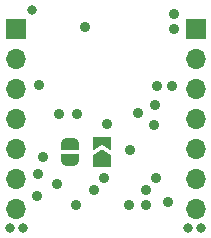
<source format=gbr>
%TF.GenerationSoftware,KiCad,Pcbnew,7.0.9*%
%TF.CreationDate,2024-02-17T11:22:31-05:00*%
%TF.ProjectId,uSD Card with Power Switch - for Xiao or QT Py,75534420-4361-4726-9420-776974682050,V1*%
%TF.SameCoordinates,Original*%
%TF.FileFunction,Soldermask,Bot*%
%TF.FilePolarity,Negative*%
%FSLAX46Y46*%
G04 Gerber Fmt 4.6, Leading zero omitted, Abs format (unit mm)*
G04 Created by KiCad (PCBNEW 7.0.9) date 2024-02-17 11:22:31*
%MOMM*%
%LPD*%
G01*
G04 APERTURE LIST*
G04 Aperture macros list*
%AMFreePoly0*
4,1,19,0.500000,-0.750000,0.000000,-0.750000,0.000000,-0.744911,-0.071157,-0.744911,-0.207708,-0.704816,-0.327430,-0.627875,-0.420627,-0.520320,-0.479746,-0.390866,-0.500000,-0.250000,-0.500000,0.250000,-0.479746,0.390866,-0.420627,0.520320,-0.327430,0.627875,-0.207708,0.704816,-0.071157,0.744911,0.000000,0.744911,0.000000,0.750000,0.500000,0.750000,0.500000,-0.750000,0.500000,-0.750000,
$1*%
%AMFreePoly1*
4,1,19,0.000000,0.744911,0.071157,0.744911,0.207708,0.704816,0.327430,0.627875,0.420627,0.520320,0.479746,0.390866,0.500000,0.250000,0.500000,-0.250000,0.479746,-0.390866,0.420627,-0.520320,0.327430,-0.627875,0.207708,-0.704816,0.071157,-0.744911,0.000000,-0.744911,0.000000,-0.750000,-0.500000,-0.750000,-0.500000,0.750000,0.000000,0.750000,0.000000,0.744911,0.000000,0.744911,
$1*%
%AMFreePoly2*
4,1,6,1.000000,0.000000,0.500000,-0.750000,-0.500000,-0.750000,-0.500000,0.750000,0.500000,0.750000,1.000000,0.000000,1.000000,0.000000,$1*%
%AMFreePoly3*
4,1,6,0.500000,-0.750000,-0.650000,-0.750000,-0.150000,0.000000,-0.650000,0.750000,0.500000,0.750000,0.500000,-0.750000,0.500000,-0.750000,$1*%
G04 Aperture macros list end*
%ADD10R,1.700000X1.700000*%
%ADD11O,1.700000X1.700000*%
%ADD12FreePoly0,90.000000*%
%ADD13FreePoly1,90.000000*%
%ADD14FreePoly2,90.000000*%
%ADD15FreePoly3,90.000000*%
%ADD16C,0.800000*%
%ADD17C,0.900000*%
G04 APERTURE END LIST*
D10*
%TO.C,J2*%
X151300000Y-71380000D03*
D11*
X151300000Y-73920000D03*
X151300000Y-76460000D03*
X151300000Y-79000000D03*
X151300000Y-81540000D03*
X151300000Y-84080000D03*
X151300000Y-86620000D03*
%TD*%
D10*
%TO.C,J1*%
X166540000Y-71380000D03*
D11*
X166540000Y-73920000D03*
X166540000Y-76460000D03*
X166540000Y-79000000D03*
X166540000Y-81540000D03*
X166540000Y-84080000D03*
X166540000Y-86620000D03*
%TD*%
D12*
%TO.C,JP1*%
X155900000Y-82450000D03*
D13*
X155900000Y-81150000D03*
%TD*%
D14*
%TO.C,JP2*%
X158600000Y-82525000D03*
D15*
X158600000Y-81075000D03*
%TD*%
D16*
X167000000Y-88200000D03*
D17*
X153300000Y-76100000D03*
X157200000Y-71200000D03*
X156420525Y-86279475D03*
X153200000Y-83700000D03*
X163100000Y-77800000D03*
D16*
X152700000Y-69800000D03*
D17*
X161000000Y-81600000D03*
X161700000Y-78500000D03*
X164500000Y-76200000D03*
X162300000Y-86300000D03*
X156500000Y-78600000D03*
X163000000Y-79500000D03*
X164700000Y-71400000D03*
X153100000Y-85500000D03*
D16*
X150800000Y-88200000D03*
D17*
X164700000Y-70100000D03*
X155000000Y-78600000D03*
X154800000Y-84500000D03*
D16*
X165900000Y-88200000D03*
X151900000Y-88200000D03*
D17*
X163300000Y-76200000D03*
X153600000Y-82200000D03*
X164200000Y-86000000D03*
X163200000Y-84000000D03*
X158800000Y-84000000D03*
X162300000Y-85000000D03*
X157900000Y-85000000D03*
X160900000Y-86300000D03*
X159000000Y-79400000D03*
M02*

</source>
